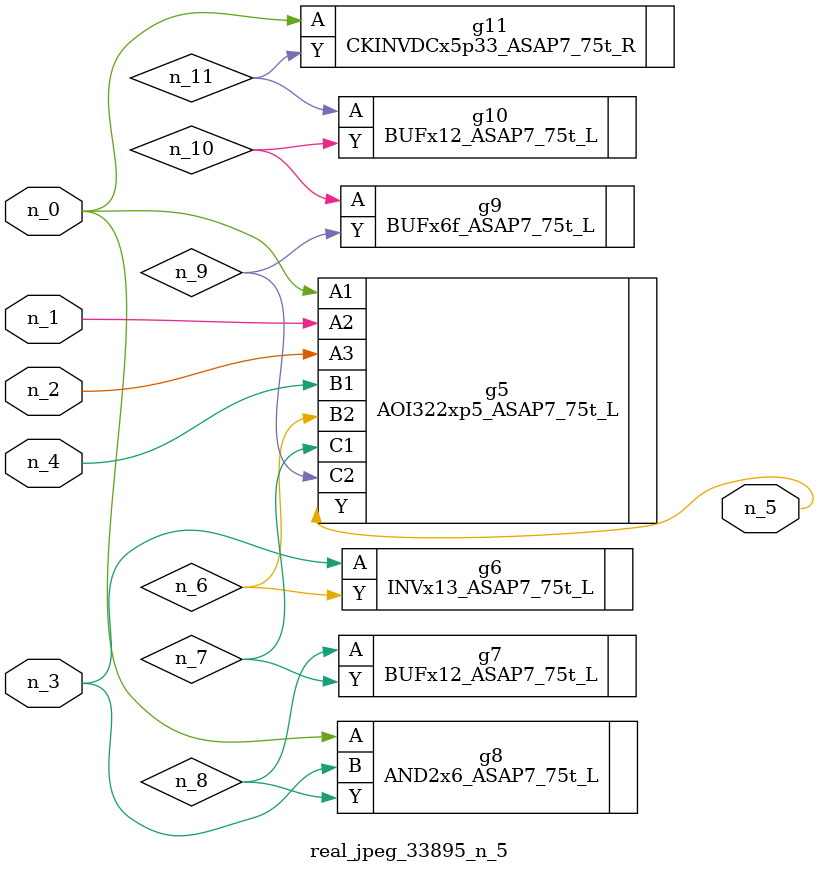
<source format=v>
module real_jpeg_33895_n_5 (n_4, n_0, n_1, n_2, n_3, n_5);

input n_4;
input n_0;
input n_1;
input n_2;
input n_3;

output n_5;

wire n_8;
wire n_11;
wire n_6;
wire n_7;
wire n_10;
wire n_9;

AOI322xp5_ASAP7_75t_L g5 ( 
.A1(n_0),
.A2(n_1),
.A3(n_2),
.B1(n_4),
.B2(n_6),
.C1(n_7),
.C2(n_9),
.Y(n_5)
);

AND2x6_ASAP7_75t_L g8 ( 
.A(n_0),
.B(n_3),
.Y(n_8)
);

CKINVDCx5p33_ASAP7_75t_R g11 ( 
.A(n_0),
.Y(n_11)
);

INVx13_ASAP7_75t_L g6 ( 
.A(n_3),
.Y(n_6)
);

BUFx12_ASAP7_75t_L g7 ( 
.A(n_8),
.Y(n_7)
);

BUFx6f_ASAP7_75t_L g9 ( 
.A(n_10),
.Y(n_9)
);

BUFx12_ASAP7_75t_L g10 ( 
.A(n_11),
.Y(n_10)
);


endmodule
</source>
